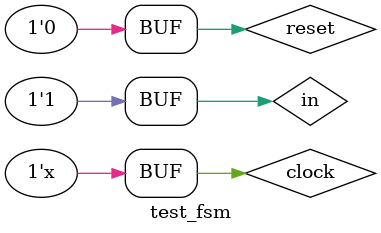
<source format=v>
module test_fsm; 

reg clock, reset, in;
wire out;

  my_fsm U0 ( 
  .clock (clock),
  .reset (reset),
  .in    (in),
  .out  (out) 
  ); 
   
 
initial begin
  clock = 1;
  reset = 1;
  in = 0;
  $display("Starting simulation...");
  #2;
  reset = 0;
  #2;
  if (out !== 1'b0) $display("Failed"); 
  in = 1;
  #2;
  if (out !== 1'b0) $display("Failed");
  in = 0;  
  #2;
  if (out !== 1'b0) $display("Failed");
  in = 1;
  #2;
  if (out !== 1'b1) $display("Failed");  
  $display("Done...");
end 
  

always begin
   #1 clock = !clock;
end
   
endmodule
</source>
